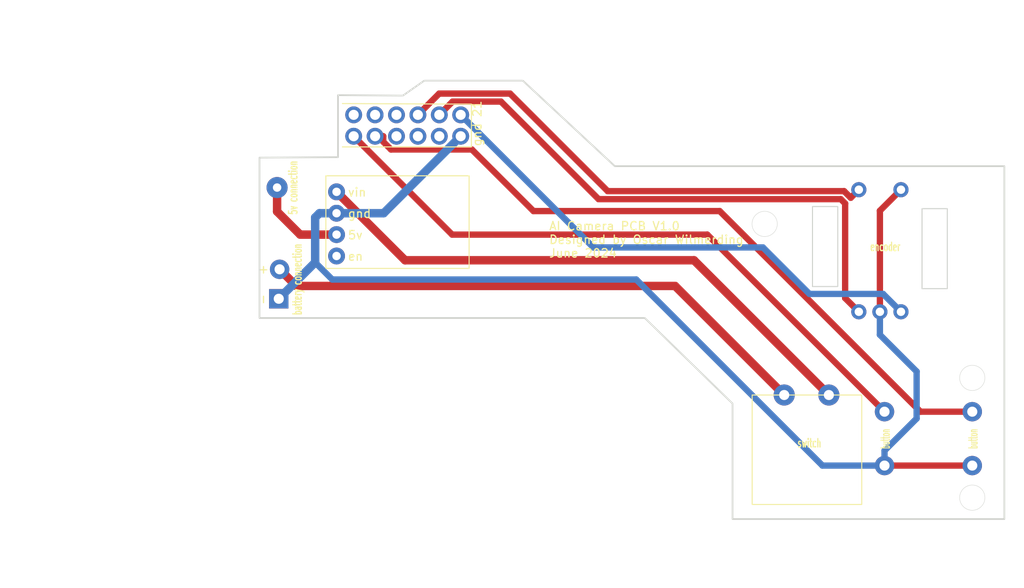
<source format=kicad_pcb>
(kicad_pcb (version 20240108) (generator "pcbnew") (generator_version "8.0")
  (layers (0 "F.Cu" signal) (31 "B.Cu" signal) (34 "B.Paste" user) (35 "F.Paste" user) (36 "B.SilkS" user "B.Silkscreen") (37 "F.SilkS" user "F.Silkscreen") (38 "B.Mask" user) (39 "F.Mask" user) (44 "Edge.Cuts" user))
  (net 0 "")
  (net 1 "Net-(J1-Pin_2)")
  (net 2 "Net-(J1-Pin_1)")
  (net 3 "Net-(U1-vin)")
  (net 4 "Net-(U2-gpio16)")
  (net 5 "Net-(U2-gpio21)")
  (net 6 "Net-(U2-gpio20)")
  (net 7 "Net-(U2-gpio6)")
  (net 8 "Net-(U2-gpio5)")
  (net 10 "Net-(U1-5v)")
  (footprint "aa_custom:encoder" (layer "F.Cu") (at 169.48 80.08 90)
    (property "Reference" "SW2" (hide yes))
    (property "Value" "RotaryEncoder_Switch")
    (fp_rect (start 0 -17.5) (end 9.5 -14.5) (stroke (width 0.12)) (fill none) (layer "Edge.Cuts"))
    (fp_rect (start -0.25 -4.5) (end 9.25 -1.5) (stroke (width 0.12)) (fill none) (layer "Edge.Cuts"))
    (pad "A" thru_hole circle (at -3 -12 90) (size 1.8 1.8) (drill 1) (layers "*.Cu" "*.Mask") (net 6 "Net-(U2-gpio20)"))
    (pad "B" thru_hole circle (at -3 -7 90) (size 1.8 1.8) (drill 1) (layers "*.Cu" "*.Mask") (net 5 "Net-(U2-gpio21)"))
    (pad "C" thru_hole circle (at -3 -9.5 90) (size 1.8 1.8) (drill 1) (layers "*.Cu" "*.Mask") (net 2 "Net-(J1-Pin_1)"))
    (pad "S1" thru_hole circle (at 11.5 -12 90) (size 1.8 1.8) (drill 1) (layers "*.Cu" "*.Mask") (net 4 "Net-(U2-gpio16)"))
    (pad "S2" thru_hole circle (at 11.5 -7 90) (size 1.8 1.8) (drill 1) (layers "*.Cu" "*.Mask") (net 2 "Net-(J1-Pin_1)"))
  )
  (footprint "aa_custom:mini boost" (layer "F.Cu") (at 95.504 79.629)
    (property "Reference" "U1" (hide yes))
    (property "Value" "~")
    (fp_rect (start -1.27 -12.7) (end 15.73 -1.7) (stroke (width 0.12)) (fill none) (layer "F.SilkS"))
    (fp_text user "5v" (at 1.27 -5.08 0) (layer "F.SilkS") (effects (justify left bottom)))
    (fp_text user "en" (at 1.27 -2.54 0) (layer "F.SilkS") (effects (justify left bottom)))
    (fp_text user "vin" (at 1.27 -10.16 0) (layer "F.SilkS") (effects (justify left bottom)))
    (fp_text user "gnd" (at 1.27 -7.62 0) (layer "F.SilkS") (effects (justify left bottom)))
    (pad "1" thru_hole circle (at 0 -10.795) (size 2 2) (drill 1) (layers "*.Cu" "*.Mask") (net 3 "Net-(U1-vin)"))
    (pad "2" thru_hole circle (at 0 -8.255) (size 2 2) (drill 1) (layers "*.Cu" "*.Mask") (net 2 "Net-(J1-Pin_1)"))
    (pad "3" thru_hole circle (at 0 -5.715) (size 2 2) (drill 1) (layers "*.Cu" "*.Mask") (net 10 "Net-(U1-5v)"))
    (pad "4" thru_hole circle (at 0 -3.175) (size 2 2) (drill 1) (layers "*.Cu" "*.Mask"))
  )
  (footprint "aa_custom:connection for jst wires" (layer "F.Cu") (at 92.946 79.334 90)
    (property "Reference" "J1" (hide yes))
    (property "Value" "Screw_Terminal_01x02")
    (fp_text user "-   +" (at -3 -5.6 90) (layer "F.SilkS") (effects (justify left bottom)))
    (pad "1" thru_hole rect (at -2.2 -4.3 90) (size 2.3 2.3) (drill 1.2) (layers "*.Cu" "*.Mask") (net 2 "Net-(J1-Pin_1)"))
    (pad "2" thru_hole circle (at 1.3 -4.2 90) (size 2.3 2.3) (drill 1.2) (layers "*.Cu" "*.Mask") (net 1 "Net-(J1-Pin_2)"))
  )
  (footprint "aa_custom:5v connection" (layer "F.Cu") (at 92.8925 68.326 90)
    (property "Reference" "U3" (hide yes))
    (property "Value" "~")
    (fp_text user "5v connection" (at -3.302 -1.9605 90) (layer "F.SilkS") (effects (font (size 1 0.6)) (justify left bottom)))
    (pad "1" thru_hole circle (at 0 -4.445 90) (size 2.5 2.5) (drill 1) (layers "*.Cu" "*.Mask") (net 10 "Net-(U1-5v)"))
  )
  (footprint "aa_custom:button" (layer "F.Cu") (at 163.328 98.446 90)
    (property "Reference" "SW4" (hide yes))
    (property "Value" "SW_Push")
    (fp_text user "button" (at -1 -2.1 90) (layer "F.SilkS") (effects (font (size 1 0.5) (thickness 0.125)) (justify left bottom)))
    (pad "1" thru_hole circle (at -2.9 -2.8 90) (size 2.3 2.3) (drill 1.2) (layers "*.Cu" "*.Mask") (net 2 "Net-(J1-Pin_1)"))
    (pad "2" thru_hole circle (at 3.5 -2.8 90) (size 2.3 2.3) (drill 1.2) (layers "*.Cu" "*.Mask") (net 8 "Net-(U2-gpio5)"))
  )
  (footprint "aa_custom:button" (layer "F.Cu") (at 173.742 98.446 90)
    (property "Reference" "SW3" (hide yes))
    (property "Value" "SW_Push")
    (fp_text user "button" (at -1 -2.1 90) (layer "F.SilkS") (effects (font (size 1 0.5) (thickness 0.125)) (justify left bottom)))
    (pad "1" thru_hole circle (at -2.9 -2.8 90) (size 2.3 2.3) (drill 1.2) (layers "*.Cu" "*.Mask") (net 2 "Net-(J1-Pin_1)"))
    (pad "2" thru_hole circle (at 3.5 -2.8 90) (size 2.3 2.3) (drill 1.2) (layers "*.Cu" "*.Mask") (net 7 "Net-(U2-gpio6)"))
  )
  (footprint "aa_custom:pi segment" (layer "F.Cu") (at 107.696 69.85 90)
    (property "Reference" "U2" (hide yes))
    (property "Value" "~")
    (fp_line (start 6.35 -11.5) (end 6.35 3.81) (stroke (width 0.12)) (layer "F.SilkS"))
    (fp_line (start 11.43 3.81) (end 11.5 -11.5) (stroke (width 0.12)) (layer "F.SilkS"))
    (fp_line (start 6.35 3.81) (end 11.43 3.81) (stroke (width 0.12)) (layer "F.SilkS"))
    (fp_text user "gnd 21" (at 6.35 5.08 90) (layer "F.SilkS") (effects (justify left bottom)))
    (pad "2" thru_hole circle (at 7.62 -10.16 90) (size 2 2) (drill 1.2) (layers "*.Cu" "*.Mask") (net 8 "Net-(U2-gpio5)"))
    (pad "3" thru_hole circle (at 7.62 -7.62 90) (size 2 2) (drill 1.2) (layers "*.Cu" "*.Mask") (net 7 "Net-(U2-gpio6)"))
    (pad "4" thru_hole circle (at 7.62 -5.08 90) (size 2 2) (drill 1.2) (layers "*.Cu" "*.Mask"))
    (pad "5" thru_hole circle (at 7.62 -2.54 90) (size 2 2) (drill 1.2) (layers "*.Cu" "*.Mask"))
    (pad "6" thru_hole circle (at 7.62 0 90) (size 2 2) (drill 1.2) (layers "*.Cu" "*.Mask"))
    (pad "7" thru_hole circle (at 7.62 2.54 90) (size 2 2) (drill 1.2) (layers "*.Cu" "*.Mask") (net 2 "Net-(J1-Pin_1)"))
    (pad "9" thru_hole circle (at 10.16 -10.16 90) (size 2 2) (drill 1.2) (layers "*.Cu" "*.Mask"))
    (pad "10" thru_hole circle (at 10.16 -7.62 90) (size 2 2) (drill 1.2) (layers "*.Cu" "*.Mask"))
    (pad "11" thru_hole circle (at 10.16 -5.08 90) (size 2 2) (drill 1.2) (layers "*.Cu" "*.Mask"))
    (pad "12" thru_hole circle (at 10.16 -2.54 90) (size 2 2) (drill 1.2) (layers "*.Cu" "*.Mask") (net 4 "Net-(U2-gpio16)"))
    (pad "13" thru_hole circle (at 10.16 0 90) (size 2 2) (drill 1.2) (layers "*.Cu" "*.Mask") (net 6 "Net-(U2-gpio20)"))
    (pad "14" thru_hole circle (at 10.16 2.54 90) (size 2 2) (drill 1.2) (layers "*.Cu" "*.Mask") (net 5 "Net-(U2-gpio21)"))
  )
  (footprint "aa_custom:button switch" (layer "F.Cu") (at 152.524 101.964)
    (property "Reference" "SW1" (hide yes))
    (property "Value" "SW_Push")
    (fp_rect (start -7.7 -9) (end 5.3 4) (stroke (width 0.12)) (fill none) (layer "F.SilkS"))
    (fp_text user "switch" (at -2.41 -2.7 0) (layer "F.SilkS") (effects (font (size 1 0.6)) (justify left bottom)))
    (pad "1" thru_hole circle (at -3.9 -9) (size 2.5 2.5) (drill 1.2) (layers "*.Cu" "*.Mask") (net 1 "Net-(J1-Pin_2)"))
    (pad "2" thru_hole circle (at 1.4 -9) (size 2.5 2.5) (drill 1.2) (layers "*.Cu" "*.Mask") (net 3 "Net-(U1-vin)"))
  )
  (footprint "aa_custom:representative pi and screen" (layer "F.Cu") (at 68.326 69.596)
    (property "Reference" "REF**" (hide yes))
    (property "Value" "representative pi and screen")
  )
  (gr_circle (center 170.942 105.156) (end 172.442 105.156) (stroke (width 0.05)) (fill none) (layer "Edge.Cuts"))
  (gr_circle (center 146.304 72.644) (end 147.804 72.644) (stroke (width 0.05)) (fill none) (layer "Edge.Cuts"))
  (gr_poly (pts (xy 86.36 83.82) (xy 132.08 83.82) (xy 142.494 93.98) (xy 142.494 107.696) (xy 174.752 107.696) (xy 174.752 65.786) (xy 128.524 65.786) (xy 117.602 55.626) (xy 105.918 55.626) (xy 103.378 57.404) (xy 95.6752 57.3532) (xy 95.6752 64.7192) (xy 86.36 64.77)) (stroke (width 0.2)) (fill none) (layer "Edge.Cuts"))
  (gr_circle (center 170.942 90.932) (end 172.442 90.932) (stroke (width 0.05)) (fill none) (layer "Edge.Cuts"))
  (gr_text "AI Camera PCB V1.0\nDesigned by Oscar Wilmerding\nJune 2024" (at 120.65 76.708 0) (layer "F.SilkS") (effects (font (size 1 1)) (justify left bottom)))
  (gr_text "encoder" (at 158.75 75.946 0) (layer "F.SilkS") (effects (font (size 1 0.6)) (justify left bottom)))
  (gr_text "battery connection" (at 91.44 83.566 90) (layer "F.SilkS") (effects (font (size 1 0.6)) (justify left bottom)))
  (segment (start 88.746 78.034) (end 90.722 80.01) (width 1) (layer "F.Cu") (net 1))
  (segment (start 135.67 80.01) (end 148.624 92.964) (width 1) (layer "F.Cu") (net 1))
  (segment (start 90.722 80.01) (end 135.67 80.01) (width 1) (layer "F.Cu") (net 1))
  (segment (start 159.98 71.08) (end 162.48 68.58) (width 0.75) (layer "F.Cu") (net 2))
  (segment (start 160.528 101.346) (end 170.942 101.346) (width 0.75) (layer "F.Cu") (net 2))
  (segment (start 159.98 83.08) (end 159.98 71.08) (width 0.75) (layer "F.Cu") (net 2))
  (segment (start 92.964 71.882) (end 93.472 71.374) (width 1) (layer "B.Cu") (net 2))
  (segment (start 159.98 85.812) (end 159.98 83.08) (width 0.75) (layer "B.Cu") (net 2))
  (segment (start 153.162 101.346) (end 131.064 79.248) (width 0.75) (layer "B.Cu") (net 2))
  (segment (start 88.646 81.534) (end 92.964 77.216) (width 1) (layer "B.Cu") (net 2))
  (segment (start 94.996 79.248) (end 92.964 77.216) (width 0.75) (layer "B.Cu") (net 2))
  (segment (start 164.338 90.17) (end 159.98 85.812) (width 0.75) (layer "B.Cu") (net 2))
  (segment (start 160.528 101.346) (end 153.162 101.346) (width 0.75) (layer "B.Cu") (net 2))
  (segment (start 131.064 79.248) (end 94.996 79.248) (width 0.75) (layer "B.Cu") (net 2))
  (segment (start 92.964 77.216) (end 92.964 71.882) (width 1) (layer "B.Cu") (net 2))
  (segment (start 160.528 101.346) (end 160.528 99.568) (width 0.75) (layer "B.Cu") (net 2))
  (segment (start 110.236 62.23) (end 101.092 71.374) (width 1) (layer "B.Cu") (net 2))
  (segment (start 164.338 95.758) (end 164.338 90.17) (width 0.75) (layer "B.Cu") (net 2))
  (segment (start 160.528 99.568) (end 164.338 95.758) (width 0.75) (layer "B.Cu") (net 2))
  (segment (start 101.092 71.374) (end 95.504 71.374) (width 1) (layer "B.Cu") (net 2))
  (segment (start 93.472 71.374) (end 95.504 71.374) (width 1) (layer "B.Cu") (net 2))
  (segment (start 103.632 76.962) (end 137.922 76.962) (width 1) (layer "F.Cu") (net 3))
  (segment (start 137.922 76.962) (end 153.924 92.964) (width 1) (layer "F.Cu") (net 3))
  (segment (start 95.504 68.834) (end 103.632 76.962) (width 1) (layer "F.Cu") (net 3))
  (segment (start 116.093 57.165) (end 107.681 57.165) (width 0.75) (layer "F.Cu") (net 4))
  (segment (start 156.52047 69.53953) (end 155.73594 68.755) (width 0.75) (layer "F.Cu") (net 4))
  (segment (start 155.73594 68.755) (end 127.683 68.755) (width 0.75) (layer "F.Cu") (net 4))
  (segment (start 127.683 68.755) (end 116.093 57.165) (width 0.75) (layer "F.Cu") (net 4))
  (segment (start 107.681 57.165) (end 105.156 59.69) (width 0.75) (layer "F.Cu") (net 4))
  (segment (start 157.48 68.58) (end 156.52047 69.53953) (width 0.75) (layer "F.Cu") (net 4))
  (segment (start 146.100563 75.438) (end 151.617563 80.955) (width 0.75) (layer "B.Cu") (net 5))
  (segment (start 151.617563 80.955) (end 160.355 80.955) (width 0.75) (layer "B.Cu") (net 5))
  (segment (start 110.236 59.69) (end 121.666 71.12) (width 0.75) (layer "B.Cu") (net 5))
  (segment (start 160.355 80.955) (end 162.48 83.08) (width 0.75) (layer "B.Cu") (net 5))
  (segment (start 121.666 71.12) (end 125.984 75.438) (width 0.75) (layer "B.Cu") (net 5))
  (segment (start 125.984 75.438) (end 146.100563 75.438) (width 0.75) (layer "B.Cu") (net 5))
  (segment (start 155.342437 69.705) (end 126.601 69.705) (width 0.75) (layer "F.Cu") (net 6))
  (segment (start 155.855 81.455) (end 155.855 70.217563) (width 0.75) (layer "F.Cu") (net 6))
  (segment (start 157.48 83.08) (end 155.855 81.455) (width 0.75) (layer "F.Cu") (net 6))
  (segment (start 109.271 58.115) (end 107.696 59.69) (width 0.75) (layer "F.Cu") (net 6))
  (segment (start 115.011 58.115) (end 109.271 58.115) (width 0.75) (layer "F.Cu") (net 6))
  (segment (start 155.855 70.217563) (end 155.342437 69.705) (width 0.75) (layer "F.Cu") (net 6))
  (segment (start 126.601 69.705) (end 115.011 58.115) (width 0.75) (layer "F.Cu") (net 6))
  (segment (start 111.557 63.805) (end 118.872 71.12) (width 0.75) (layer "F.Cu") (net 7))
  (segment (start 164.796 94.946) (end 170.942 94.946) (width 0.75) (layer "F.Cu") (net 7))
  (segment (start 101.041 62.23) (end 101.041 62.882387) (width 0.75) (layer "F.Cu") (net 7))
  (segment (start 101.963613 63.805) (end 111.557 63.805) (width 0.75) (layer "F.Cu") (net 7))
  (segment (start 100.076 62.23) (end 101.041 62.23) (width 0.75) (layer "F.Cu") (net 7))
  (segment (start 101.041 62.882387) (end 101.963613 63.805) (width 0.75) (layer "F.Cu") (net 7))
  (segment (start 140.97 71.12) (end 164.796 94.946) (width 0.75) (layer "F.Cu") (net 7))
  (segment (start 118.872 71.12) (end 140.97 71.12) (width 0.75) (layer "F.Cu") (net 7))
  (segment (start 97.536 62.23) (end 109.22 73.914) (width 0.75) (layer "F.Cu") (net 8))
  (segment (start 109.22 73.914) (end 139.496 73.914) (width 0.75) (layer "F.Cu") (net 8))
  (segment (start 139.496 73.914) (end 160.528 94.946) (width 0.75) (layer "F.Cu") (net 8))
  (segment (start 95.504 73.914) (end 91.186 73.914) (width 1) (layer "F.Cu") (net 10))
  (segment (start 91.186 73.914) (end 88.4475 71.1755) (width 1) (layer "F.Cu") (net 10))
  (segment (start 88.4475 71.1755) (end 88.4475 68.326) (width 1) (layer "F.Cu") (net 10))
)
</source>
